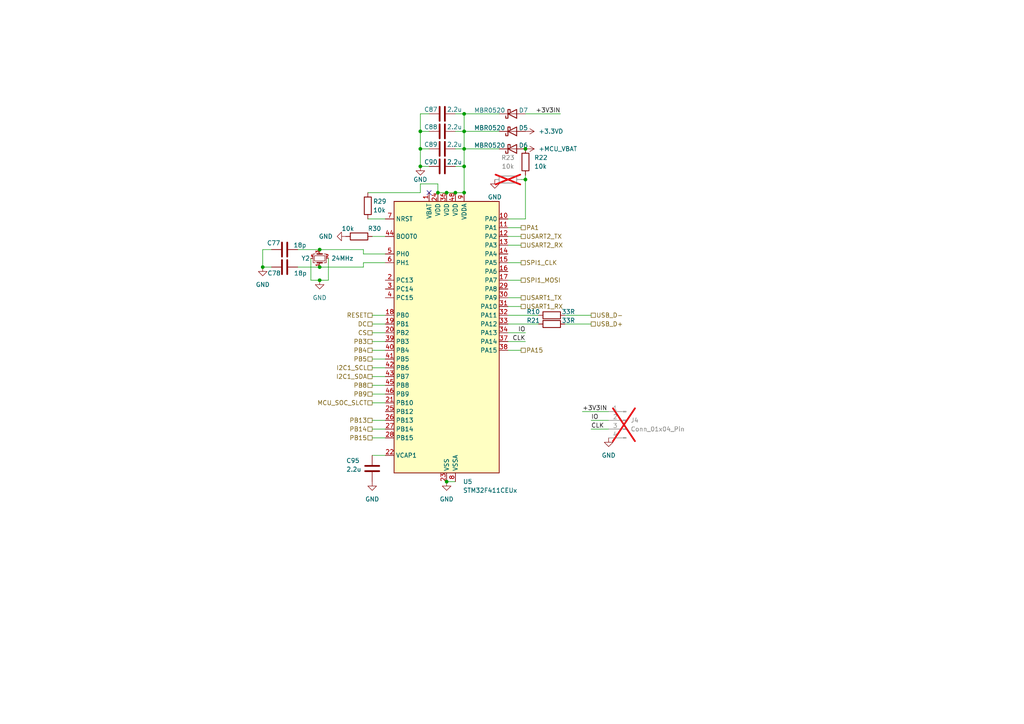
<source format=kicad_sch>
(kicad_sch (version 20250114) (generator "eeschema") (generator_version "9.0")
  (paper "A4")
  (lib_symbols
    (symbol "Connector:Conn_01x04_Pin" (pin_names (offset 1.016) (hide yes))
      (property "Reference" "J" (at 0 5.08 0))
      (property "Value" "Conn_01x04_Pin" (at 0 -7.62 0))
      (symbol "Conn_01x04_Pin_1_1"
        (rectangle (start 0.8636 2.667) (end 0 2.413) (stroke (width 0.1524)) (fill (type outline)))
        (rectangle (start 0.8636 0.127) (end 0 -0.127) (stroke (width 0.1524)) (fill (type outline)))
        (rectangle (start 0.8636 -2.413) (end 0 -2.667) (stroke (width 0.1524)) (fill (type outline)))
        (rectangle (start 0.8636 -4.953) (end 0 -5.207) (stroke (width 0.1524)) (fill (type outline)))
        (polyline (pts (xy 1.27 2.54) (xy 0.8636 2.54)) (stroke (width 0.1524)))
        (polyline (pts (xy 1.27 0) (xy 0.8636 0)) (stroke (width 0.1524)))
        (polyline (pts (xy 1.27 -2.54) (xy 0.8636 -2.54)) (stroke (width 0.1524)))
        (polyline (pts (xy 1.27 -5.08) (xy 0.8636 -5.08)) (stroke (width 0.1524)))
        (pin passive line (at 5.08 2.54 180) (length 3.81) (name "Pin_1") (number "1"))
        (pin passive line (at 5.08 0 180) (length 3.81) (name "Pin_2") (number "2"))
        (pin passive line (at 5.08 -2.54 180) (length 3.81) (name "Pin_3") (number "3"))
        (pin passive line (at 5.08 -5.08 180) (length 3.81) (name "Pin_4") (number "4"))
      )
    )
    (symbol "Device:C" (pin_numbers (hide yes)) (pin_names (offset 0.254))
      (property "Reference" "C" (at 0.635 2.54 0))
      (property "Value" "C" (at 0.635 -2.54 0))
      (symbol "C_0_1"
        (polyline (pts (xy -2.032 0.762) (xy 2.032 0.762)) (stroke (width 0.508)))
        (polyline (pts (xy -2.032 -0.762) (xy 2.032 -0.762)) (stroke (width 0.508)))
      )
      (symbol "C_1_1"
        (pin passive line (at 0 3.81 270) (length 2.794) (name "~") (number "1"))
        (pin passive line (at 0 -3.81 90) (length 2.794) (name "~") (number "2"))
      )
    )
    (symbol "Device:Crystal_GND24_Small" (pin_names (offset 1.016) (hide yes))
      (property "Reference" "Y" (at 1.27 4.445 0))
      (property "Value" "Crystal_GND24_Small" (at 1.27 2.54 0))
      (symbol "Crystal_GND24_Small_0_1"
        (polyline (pts (xy -1.27 1.27) (xy -1.27 1.905) (xy 1.27 1.905) (xy 1.27 1.27)))
        (polyline (pts (xy -1.27 -0.762) (xy -1.27 0.762)) (stroke (width 0.381)))
        (polyline (pts (xy -1.27 -1.27) (xy -1.27 -1.905) (xy 1.27 -1.905) (xy 1.27 -1.27)))
        (rectangle (start -0.762 -1.524) (end 0.762 1.524))
        (polyline (pts (xy 1.27 -0.762) (xy 1.27 0.762)) (stroke (width 0.381)))
      )
      (symbol "Crystal_GND24_Small_1_1"
        (pin passive line (at -2.54 0 0) (length 1.27) (name "1") (number "1"))
        (pin passive line (at 0 2.54 270) (length 0.635) (name "4") (number "4"))
        (pin passive line (at 0 -2.54 90) (length 0.635) (name "2") (number "2"))
        (pin passive line (at 2.54 0 180) (length 1.27) (name "3") (number "3"))
      )
    )
    (symbol "Device:R" (pin_numbers (hide yes)) (pin_names (offset 0))
      (property "Reference" "R" (at 2.032 0 90))
      (property "Value" "R" (at 0 0 90))
      (symbol "R_0_1"
        (rectangle (start -1.016 -2.54) (end 1.016 2.54) (stroke (width 0.254)))
      )
      (symbol "R_1_1"
        (pin passive line (at 0 3.81 270) (length 1.27) (name "~") (number "1"))
        (pin passive line (at 0 -3.81 90) (length 1.27) (name "~") (number "2"))
      )
    )
    (symbol "Diode:MBR0520" (pin_numbers (hide yes)) (pin_names (offset 1.016) (hide yes))
      (property "Reference" "D" (at 0 2.54 0))
      (property "Value" "MBR0520" (at 0 -2.54 0))
      (symbol "MBR0520_0_1"
        (polyline (pts (xy -1.905 0.635) (xy -1.905 1.27) (xy -1.27 1.27) (xy -1.27 -1.27) (xy -0.635 -1.27) (xy -0.635 -0.635)) (stroke (width 0.254)))
        (polyline (pts (xy 1.27 1.27) (xy 1.27 -1.27) (xy -1.27 0) (xy 1.27 1.27)) (stroke (width 0.254)))
        (polyline (pts (xy 1.27 0) (xy -1.27 0)))
      )
      (symbol "MBR0520_1_1"
        (pin passive line (at -3.81 0 0) (length 2.54) (name "K") (number "1"))
        (pin passive line (at 3.81 0 180) (length 2.54) (name "A") (number "2"))
      )
    )
    (symbol "MCU_ST_STM32F4:STM32F411CEUx"
      (property "Reference" "U" (at -15.24 41.91 0))
      (property "Value" "STM32F411CEUx" (at 7.62 41.91 0))
      (symbol "STM32F411CEUx_0_1"
        (rectangle (start -15.24 -38.1) (end 15.24 40.64) (stroke (width 0.254)) (fill (type background)))
      )
      (symbol "STM32F411CEUx_1_1"
        (pin input line (at -17.78 35.56 0) (length 2.54) (name "NRST") (number "7"))
        (pin input line (at -17.78 30.48 0) (length 2.54) (name "BOOT0") (number "44"))
        (pin bidirectional line (at -17.78 25.4 0) (length 2.54) (name "PH0") (number "5"))
        (pin bidirectional line (at -17.78 22.86 0) (length 2.54) (name "PH1") (number "6"))
        (pin bidirectional line (at -17.78 17.78 0) (length 2.54) (name "PC13") (number "2"))
        (pin bidirectional line (at -17.78 15.24 0) (length 2.54) (name "PC14") (number "3"))
        (pin bidirectional line (at -17.78 12.7 0) (length 2.54) (name "PC15") (number "4"))
        (pin bidirectional line (at -17.78 7.62 0) (length 2.54) (name "PB0") (number "18"))
        (pin bidirectional line (at -17.78 5.08 0) (length 2.54) (name "PB1") (number "19"))
        (pin bidirectional line (at -17.78 2.54 0) (length 2.54) (name "PB2") (number "20"))
        (pin bidirectional line (at -17.78 0 0) (length 2.54) (name "PB3") (number "39"))
        (pin bidirectional line (at -17.78 -2.54 0) (length 2.54) (name "PB4") (number "40"))
        (pin bidirectional line (at -17.78 -5.08 0) (length 2.54) (name "PB5") (number "41"))
        (pin bidirectional line (at -17.78 -7.62 0) (length 2.54) (name "PB6") (number "42"))
        (pin bidirectional line (at -17.78 -10.16 0) (length 2.54) (name "PB7") (number "43"))
        (pin bidirectional line (at -17.78 -12.7 0) (length 2.54) (name "PB8") (number "45"))
        (pin bidirectional line (at -17.78 -15.24 0) (length 2.54) (name "PB9") (number "46"))
        (pin bidirectional line (at -17.78 -17.78 0) (length 2.54) (name "PB10") (number "21"))
        (pin bidirectional line (at -17.78 -20.32 0) (length 2.54) (name "PB12") (number "25"))
        (pin bidirectional line (at -17.78 -22.86 0) (length 2.54) (name "PB13") (number "26"))
        (pin bidirectional line (at -17.78 -25.4 0) (length 2.54) (name "PB14") (number "27"))
        (pin bidirectional line (at -17.78 -27.94 0) (length 2.54) (name "PB15") (number "28"))
        (pin power_out line (at -17.78 -33.02 0) (length 2.54) (name "VCAP1") (number "22"))
        (pin power_in line (at -5.08 43.18 270) (length 2.54) (name "VBAT") (number "1"))
        (pin power_in line (at -2.54 43.18 270) (length 2.54) (name "VDD") (number "24"))
        (pin power_in line (at 0 43.18 270) (length 2.54) (name "VDD") (number "36"))
        (pin power_in line (at 0 -40.64 90) (length 2.54) (name "VSS") (number "23"))
        (pin passive line (at 0 -40.64 90) (length 2.54) (hide yes) (name "VSS") (number "35"))
        (pin passive line (at 0 -40.64 90) (length 2.54) (hide yes) (name "VSS") (number "47"))
        (pin passive line (at 0 -40.64 90) (length 2.54) (hide yes) (name "VSS") (number "49"))
        (pin power_in line (at 2.54 43.18 270) (length 2.54) (name "VDD") (number "48"))
        (pin power_in line (at 2.54 -40.64 90) (length 2.54) (name "VSSA") (number "8"))
        (pin power_in line (at 5.08 43.18 270) (length 2.54) (name "VDDA") (number "9"))
        (pin bidirectional line (at 17.78 35.56 180) (length 2.54) (name "PA0") (number "10"))
        (pin bidirectional line (at 17.78 33.02 180) (length 2.54) (name "PA1") (number "11"))
        (pin bidirectional line (at 17.78 30.48 180) (length 2.54) (name "PA2") (number "12"))
        (pin bidirectional line (at 17.78 27.94 180) (length 2.54) (name "PA3") (number "13"))
        (pin bidirectional line (at 17.78 25.4 180) (length 2.54) (name "PA4") (number "14"))
        (pin bidirectional line (at 17.78 22.86 180) (length 2.54) (name "PA5") (number "15"))
        (pin bidirectional line (at 17.78 20.32 180) (length 2.54) (name "PA6") (number "16"))
        (pin bidirectional line (at 17.78 17.78 180) (length 2.54) (name "PA7") (number "17"))
        (pin bidirectional line (at 17.78 15.24 180) (length 2.54) (name "PA8") (number "29"))
        (pin bidirectional line (at 17.78 12.7 180) (length 2.54) (name "PA9") (number "30"))
        (pin bidirectional line (at 17.78 10.16 180) (length 2.54) (name "PA10") (number "31"))
        (pin bidirectional line (at 17.78 7.62 180) (length 2.54) (name "PA11") (number "32"))
        (pin bidirectional line (at 17.78 5.08 180) (length 2.54) (name "PA12") (number "33"))
        (pin bidirectional line (at 17.78 2.54 180) (length 2.54) (name "PA13") (number "34"))
        (pin bidirectional line (at 17.78 0 180) (length 2.54) (name "PA14") (number "37"))
        (pin bidirectional line (at 17.78 -2.54 180) (length 2.54) (name "PA15") (number "38"))
      )
    )
    (symbol "power:+3.3V" (power) (pin_numbers (hide yes)) (pin_names (offset 0) (hide yes))
      (property "Value" "+3.3V" (at 0 3.556 0))
      (symbol "+3.3V_0_1"
        (polyline (pts (xy -0.762 1.27) (xy 0 2.54)))
        (polyline (pts (xy 0 2.54) (xy 0.762 1.27)))
        (polyline (pts (xy 0 0) (xy 0 2.54)))
      )
      (symbol "+3.3V_1_1"
        (pin power_in line (at 0 0 90) (length 0) (name "~") (number "1"))
      )
    )
    (symbol "power:GND" (power) (pin_names (offset 0))
      (property "Value" "GND" (at 0 -3.81 0))
      (symbol "GND_0_1"
        (polyline (pts (xy 0 0) (xy 0 -1.27) (xy 1.27 -1.27) (xy 0 -2.54) (xy -1.27 -1.27) (xy 0 -1.27)))
      )
      (symbol "GND_1_1"
        (pin power_in line (at 0 0 270) (length 0) (hide yes) (name "GND") (number "1"))
      )
    )
  )
  (junction (at 121.92 38.1))
  (junction (at 132.08 55.88))
  (junction (at 129.54 55.88))
  (junction (at 134.62 48.26))
  (junction (at 121.92 48.26))
  (junction (at 134.62 43.18))
  (junction (at 76.2 77.47))
  (junction (at 121.92 43.18))
  (junction (at 152.4 52.07))
  (junction (at 129.54 139.7))
  (junction (at 134.62 38.1))
  (junction (at 134.62 55.88))
  (junction (at 92.71 81.28))
  (junction (at 127 55.88))
  (junction (at 134.62 33.02))
  (junction (at 152.4 43.18))
  (junction (at 92.71 77.47))
  (junction (at 92.71 72.39))
  (no_connect (at 124.46 55.88))
  (wire (pts (xy 129.54 139.7) (xy 132.08 139.7)))
  (wire (pts (xy 171.45 121.92) (xy 176.53 121.92)))
  (wire (pts (xy 152.4 33.02) (xy 162.56 33.02)))
  (wire (pts (xy 76.2 77.47) (xy 78.74 77.47)))
  (wire (pts (xy 134.62 48.26) (xy 134.62 55.88)))
  (wire (pts (xy 134.62 33.02) (xy 144.78 33.02)))
  (wire (pts (xy 121.92 53.34) (xy 127 53.34)))
  (wire (pts (xy 107.95 99.06) (xy 111.76 99.06)))
  (wire (pts (xy 121.92 33.02) (xy 124.46 33.02)))
  (wire (pts (xy 147.32 86.36) (xy 151.13 86.36)))
  (wire (pts (xy 163.83 93.98) (xy 171.45 93.98)))
  (wire (pts (xy 132.08 38.1) (xy 134.62 38.1)))
  (wire (pts (xy 107.95 124.46) (xy 111.76 124.46)))
  (wire (pts (xy 107.95 68.58) (xy 111.76 68.58)))
  (wire (pts (xy 107.95 91.44) (xy 111.76 91.44)))
  (wire (pts (xy 121.92 43.18) (xy 121.92 38.1)))
  (wire (pts (xy 147.32 71.12) (xy 151.13 71.12)))
  (wire (pts (xy 163.83 91.44) (xy 171.45 91.44)))
  (wire (pts (xy 92.71 77.47) (xy 105.41 77.47)))
  (wire (pts (xy 132.08 48.26) (xy 134.62 48.26)))
  (wire (pts (xy 152.4 63.5) (xy 147.32 63.5)))
  (wire (pts (xy 147.32 66.04) (xy 151.13 66.04)))
  (wire (pts (xy 121.92 38.1) (xy 121.92 33.02)))
  (wire (pts (xy 147.32 99.06) (xy 152.4 99.06)))
  (wire (pts (xy 134.62 43.18) (xy 134.62 48.26)))
  (wire (pts (xy 151.13 52.07) (xy 152.4 52.07)))
  (wire (pts (xy 107.95 114.3) (xy 111.76 114.3)))
  (wire (pts (xy 92.71 72.39) (xy 105.41 72.39)))
  (wire (pts (xy 90.17 81.28) (xy 90.17 74.93)))
  (wire (pts (xy 121.92 48.26) (xy 121.92 43.18)))
  (wire (pts (xy 147.32 91.44) (xy 156.21 91.44)))
  (wire (pts (xy 76.2 72.39) (xy 76.2 77.47)))
  (wire (pts (xy 129.54 55.88) (xy 127 55.88)))
  (wire (pts (xy 134.62 38.1) (xy 134.62 33.02)))
  (wire (pts (xy 152.4 52.07) (xy 152.4 63.5)))
  (wire (pts (xy 107.95 93.98) (xy 111.76 93.98)))
  (wire (pts (xy 78.74 72.39) (xy 76.2 72.39)))
  (wire (pts (xy 107.95 132.08) (xy 111.76 132.08)))
  (wire (pts (xy 144.78 38.1) (xy 134.62 38.1)))
  (wire (pts (xy 168.91 119.38) (xy 176.53 119.38)))
  (wire (pts (xy 134.62 55.88) (xy 132.08 55.88)))
  (wire (pts (xy 147.32 76.2) (xy 151.13 76.2)))
  (wire (pts (xy 147.32 68.58) (xy 151.13 68.58)))
  (wire (pts (xy 111.76 73.66) (xy 105.41 73.66)))
  (wire (pts (xy 127 53.34) (xy 127 55.88)))
  (wire (pts (xy 107.95 116.84) (xy 111.76 116.84)))
  (wire (pts (xy 107.95 106.68) (xy 111.76 106.68)))
  (wire (pts (xy 147.32 101.6) (xy 151.13 101.6)))
  (wire (pts (xy 121.92 38.1) (xy 124.46 38.1)))
  (wire (pts (xy 86.36 72.39) (xy 92.71 72.39)))
  (wire (pts (xy 86.36 77.47) (xy 92.71 77.47)))
  (wire (pts (xy 107.95 111.76) (xy 111.76 111.76)))
  (wire (pts (xy 121.92 43.18) (xy 124.46 43.18)))
  (wire (pts (xy 107.95 121.92) (xy 111.76 121.92)))
  (wire (pts (xy 171.45 124.46) (xy 176.53 124.46)))
  (wire (pts (xy 121.92 55.88) (xy 121.92 53.34)))
  (wire (pts (xy 134.62 43.18) (xy 144.78 43.18)))
  (wire (pts (xy 92.71 81.28) (xy 95.25 81.28)))
  (wire (pts (xy 152.4 52.07) (xy 152.4 50.8)))
  (wire (pts (xy 121.92 48.26) (xy 124.46 48.26)))
  (wire (pts (xy 107.95 127) (xy 111.76 127)))
  (wire (pts (xy 107.95 109.22) (xy 111.76 109.22)))
  (wire (pts (xy 132.08 43.18) (xy 134.62 43.18)))
  (wire (pts (xy 106.68 55.88) (xy 121.92 55.88)))
  (wire (pts (xy 90.17 81.28) (xy 92.71 81.28)))
  (wire (pts (xy 107.95 96.52) (xy 111.76 96.52)))
  (wire (pts (xy 107.95 104.14) (xy 111.76 104.14)))
  (wire (pts (xy 134.62 33.02) (xy 132.08 33.02)))
  (wire (pts (xy 106.68 63.5) (xy 111.76 63.5)))
  (wire (pts (xy 147.32 81.28) (xy 151.13 81.28)))
  (wire (pts (xy 105.41 76.2) (xy 105.41 77.47)))
  (wire (pts (xy 107.95 101.6) (xy 111.76 101.6)))
  (wire (pts (xy 132.08 55.88) (xy 129.54 55.88)))
  (wire (pts (xy 111.76 76.2) (xy 105.41 76.2)))
  (wire (pts (xy 147.32 96.52) (xy 152.4 96.52)))
  (wire (pts (xy 95.25 74.93) (xy 95.25 81.28)))
  (wire (pts (xy 147.32 88.9) (xy 151.13 88.9)))
  (wire (pts (xy 105.41 73.66) (xy 105.41 72.39)))
  (wire (pts (xy 134.62 38.1) (xy 134.62 43.18)))
  (wire (pts (xy 147.32 93.98) (xy 156.21 93.98)))
  (label "IO" (at 171.45 121.92 0))
  (label "IO" (at 152.4 96.52 180))
  (label "CLK" (at 152.4 99.06 180))
  (label "+3V3IN" (at 168.91 119.38 0))
  (label "CLK" (at 171.45 124.46 0))
  (label "+3V3IN" (at 162.56 33.02 180))
  (hierarchical_label "PB14" (shape passive) (at 107.95 124.46 180))
  (hierarchical_label "PB5" (shape passive) (at 107.95 104.14 180))
  (hierarchical_label "SPI1_MOSI" (shape passive) (at 151.13 81.28 0))
  (hierarchical_label "PA15" (shape passive) (at 151.13 101.6 0))
  (hierarchical_label "USART2_RX" (shape passive) (at 151.13 71.12 0))
  (hierarchical_label "DC" (shape passive) (at 107.95 93.98 180))
  (hierarchical_label "USB_D+" (shape passive) (at 171.45 93.98 0))
  (hierarchical_label "SPI1_CLK" (shape passive) (at 151.13 76.2 0))
  (hierarchical_label "PB13" (shape passive) (at 107.95 121.92 180))
  (hierarchical_label "USART1_TX" (shape passive) (at 151.13 86.36 0))
  (hierarchical_label "USB_D-" (shape passive) (at 171.45 91.44 0))
  (hierarchical_label "PB3" (shape passive) (at 107.95 99.06 180))
  (hierarchical_label "PB15" (shape passive) (at 107.95 127 180))
  (hierarchical_label "USART2_TX" (shape passive) (at 151.13 68.58 0))
  (hierarchical_label "PB8" (shape passive) (at 107.95 111.76 180))
  (hierarchical_label "PB9" (shape passive) (at 107.95 114.3 180))
  (hierarchical_label "I2C1_SDA" (shape passive) (at 107.95 109.22 180))
  (hierarchical_label "PA1" (shape passive) (at 151.13 66.04 0))
  (hierarchical_label "CS" (shape passive) (at 107.95 96.52 180))
  (hierarchical_label "PB4" (shape passive) (at 107.95 101.6 180))
  (hierarchical_label "USART1_RX" (shape passive) (at 151.13 88.9 0))
  (hierarchical_label "I2C1_SCL" (shape passive) (at 107.95 106.68 180))
  (hierarchical_label "MCU_SOC_SLCT" (shape passive) (at 107.95 116.84 180))
  (hierarchical_label "RESET" (shape passive) (at 107.95 91.44 180))
  (symbol (lib_id "Device:R") (at 147.32 52.07 90) (unit 1) (dnp yes)
    (property "Reference" "R23" (at 147.32 45.72 90))
    (property "Value" "10k" (at 147.32 48.26 90))
    (property "Footprint" "Resistor_SMD:R_0402_1005Metric_Pad0.72x0.64mm_HandSolder" (effects (hide yes)))
  )
  (symbol (lib_id "Connector:Conn_01x04_Pin") (at 181.61 121.92 0) (mirror y) (unit 1) (dnp yes)
    (property "Reference" "J4" (at 182.88 121.9199 0) (effects (justify right)))
    (property "Value" "Conn_01x04_Pin" (at 182.88 124.4599 0) (effects (justify right)))
    (property "Footprint" "Connector_PinHeader_2.54mm:PinHeader_1x04_P2.54mm_Vertical" (effects (hide yes)))
    (property "Description" "Generic connector, single row, 01x04, script generated" (effects (hide yes)))
  )
  (symbol (lib_id "power:GND") (at 92.71 81.28 0) (unit 1)
    (property "Reference" "#PWR0122" (effects (hide yes)))
    (property "Value" "GND" (at 92.71 86.36 0))
  )
  (symbol (lib_id "Device:C") (at 82.55 72.39 90) (unit 1)
    (property "Reference" "C77" (at 79.375 70.485 90))
    (property "Value" "18p" (at 86.995 71.12 90))
    (property "Footprint" "Capacitor_SMD:C_0402_1005Metric_Pad0.74x0.62mm_HandSolder" (effects (hide yes)))
    (property "Manufacturer" "FH (Guangdong Fenghua Advanced Tech)" (effects (hide yes)))
    (property "Part Number" "0402CG180J500NT" (effects (hide yes)))
  )
  (symbol (lib_id "power:GND") (at 100.33 68.58 270) (unit 1)
    (property "Reference" "#PWR0135" (effects (hide yes)))
    (property "Value" "GND" (at 96.52 68.5799 90) (effects (justify right)))
  )
  (symbol (lib_id "Device:R") (at 104.14 68.58 90) (mirror x) (unit 1)
    (property "Reference" "R30" (at 106.68 66.294 90) (effects (justify right)))
    (property "Value" "10k" (at 99.06 66.294 90) (effects (justify right)))
    (property "Footprint" "Resistor_SMD:R_0402_1005Metric_Pad0.72x0.64mm_HandSolder" (effects (hide yes)))
    (property "Manufacturer" "YAGEO" (effects (hide yes)))
    (property "Part Number" "RC0402FR-0710KL" (effects (hide yes)))
  )
  (symbol (lib_id "Device:R") (at 152.4 46.99 180) (unit 1)
    (property "Reference" "R22" (at 154.94 45.72 0) (effects (justify right)))
    (property "Value" "10k" (at 154.94 48.26 0) (effects (justify right)))
    (property "Footprint" "Resistor_SMD:R_0402_1005Metric_Pad0.72x0.64mm_HandSolder" (effects (hide yes)))
    (property "Manufacturer" "YAGEO" (effects (hide yes)))
    (property "Part Number" "RC0402FR-0710KL" (effects (hide yes)))
  )
  (symbol (lib_id "power:GND") (at 107.95 139.7 0) (unit 1)
    (property "Reference" "#PWR0146" (effects (hide yes)))
    (property "Value" "GND" (at 107.95 144.78 0))
  )
  (symbol (lib_id "power:GND") (at 129.54 139.7 0) (unit 1)
    (property "Reference" "#PWR0136" (effects (hide yes)))
    (property "Value" "GND" (at 129.54 144.78 0))
  )
  (symbol (lib_id "Device:R") (at 106.68 59.69 180) (unit 1)
    (property "Reference" "R29" (at 108.204 58.42 0) (effects (justify right)))
    (property "Value" "10k" (at 108.204 60.96 0) (effects (justify right)))
    (property "Footprint" "Resistor_SMD:R_0402_1005Metric_Pad0.72x0.64mm_HandSolder" (effects (hide yes)))
    (property "Manufacturer" "YAGEO" (effects (hide yes)))
    (property "Part Number" "RC0402FR-0710KL" (effects (hide yes)))
  )
  (symbol (lib_id "Device:C") (at 128.27 33.02 90) (unit 1)
    (property "Reference" "C87" (at 124.968 31.75 90))
    (property "Value" "2.2u" (at 131.826 31.75 90))
    (property "Footprint" "Capacitor_SMD:C_0402_1005Metric_Pad0.74x0.62mm_HandSolder" (effects (hide yes)))
    (property "Manufacturer" "Samsung Electro-Mechanics" (effects (hide yes)))
    (property "Part Number" "CL05A225KO5NQNC" (effects (hide yes)))
  )
  (symbol (lib_id "Device:C") (at 128.27 43.18 90) (unit 1)
    (property "Reference" "C89" (at 124.968 41.91 90))
    (property "Value" "2.2u" (at 131.826 41.91 90))
    (property "Footprint" "Capacitor_SMD:C_0402_1005Metric_Pad0.74x0.62mm_HandSolder" (effects (hide yes)))
    (property "Manufacturer" "Samsung Electro-Mechanics" (effects (hide yes)))
    (property "Part Number" "CL05A225KO5NQNC" (effects (hide yes)))
  )
  (symbol (lib_id "MCU_ST_STM32F4:STM32F411CEUx") (at 129.54 99.06 0) (unit 1)
    (property "Reference" "U5" (at 134.2741 139.7 0) (effects (justify left)))
    (property "Value" "STM32F411CEUx" (at 134.2741 142.24 0) (effects (justify left)))
    (property "Footprint" "Package_DFN_QFN:QFN-48-1EP_7x7mm_P0.5mm_EP5.6x5.6mm" (effects (hide yes)))
    (property "Datasheet" "https://www.st.com/resource/en/datasheet/stm32f411ce.pdf" (effects (hide yes)))
    (property "Description" "STMicroelectronics Arm Cortex-M4 MCU, 512KB flash, 128KB RAM, 100 MHz, 1.7-3.6V, 36 GPIO, UFQFPN48" (effects (hide yes)))
    (property "Manufacturer" "STMicroelectronics" (effects (hide yes)))
    (property "Part Number" "STM32F411CEU6" (effects (hide yes)))
  )
  (symbol (lib_id "power:+3.3V") (at 152.4 43.18 270) (unit 1)
    (property "Reference" "#PWR0123" (effects (hide yes)))
    (property "Value" "+MCU_VBAT" (at 156.21 43.1799 90) (effects (justify left)))
    (property "Description" "Power symbol creates a global label with name \"+3.3V\"" (effects (hide yes)))
  )
  (symbol (lib_id "Device:C") (at 82.55 77.47 90) (unit 1)
    (property "Reference" "C78" (at 79.502 79.248 90))
    (property "Value" "18p" (at 87.122 79.248 90))
    (property "Footprint" "Capacitor_SMD:C_0402_1005Metric_Pad0.74x0.62mm_HandSolder" (effects (hide yes)))
    (property "Manufacturer" "FH (Guangdong Fenghua Advanced Tech)" (effects (hide yes)))
    (property "Part Number" "0402CG180J500NT" (effects (hide yes)))
  )
  (symbol (lib_id "Diode:MBR0520") (at 148.59 38.1 0) (mirror x) (unit 1)
    (property "Reference" "D5" (at 153.162 37.084 0) (effects (justify right)))
    (property "Value" "MBR0520" (at 146.558 37.084 0) (effects (justify right)))
    (property "Footprint" "Diode_SMD:D_SOD-123" (effects (hide yes)))
    (property "Datasheet" "http://www.mccsemi.com/up_pdf/MBR0520~MBR0580(SOD123).pdf" (effects (hide yes)))
    (property "Description" "20V 0.5A Schottky Power Rectifier Diode, SOD-123" (effects (hide yes)))
    (property "Manufacturer" "Jiangsu Changjing Electronics Technology Co., Ltd." (effects (hide yes)))
    (property "Part Number" "MBR0520" (effects (hide yes)))
  )
  (symbol (lib_id "power:GND") (at 143.51 52.07 0) (unit 1)
    (property "Reference" "#PWR0125" (effects (hide yes)))
    (property "Value" "GND" (at 143.51 57.15 0))
  )
  (symbol (lib_id "power:GND") (at 121.92 48.26 0) (unit 1)
    (property "Reference" "#PWR0134" (effects (hide yes)))
    (property "Value" "GND" (at 121.92 52.07 0))
  )
  (symbol (lib_id "Device:R") (at 160.02 93.98 90) (unit 1)
    (property "Reference" "R21" (at 154.686 92.964 90))
    (property "Value" "33R" (at 164.846 92.964 90))
    (property "Footprint" "Resistor_SMD:R_0402_1005Metric_Pad0.72x0.64mm_HandSolder" (effects (hide yes)))
    (property "Manufacturer" "YAGEO" (effects (hide yes)))
    (property "Part Number" "RC0402FR-0733RL" (effects (hide yes)))
  )
  (symbol (lib_id "Device:R") (at 160.02 91.44 90) (unit 1)
    (property "Reference" "R10" (at 154.686 90.424 90))
    (property "Value" "33R" (at 164.846 90.424 90))
    (property "Footprint" "Resistor_SMD:R_0402_1005Metric_Pad0.72x0.64mm_HandSolder" (effects (hide yes)))
    (property "Manufacturer" "YAGEO" (effects (hide yes)))
    (property "Part Number" "RC0402FR-0733RL" (effects (hide yes)))
  )
  (symbol (lib_id "Device:C") (at 107.95 135.89 180) (unit 1)
    (property "Reference" "C95" (at 102.362 133.604 0))
    (property "Value" "2.2u" (at 102.616 136.144 0))
    (property "Footprint" "Capacitor_SMD:C_0402_1005Metric_Pad0.74x0.62mm_HandSolder" (effects (hide yes)))
    (property "Manufacturer" "Samsung Electro-Mechanics" (effects (hide yes)))
    (property "Part Number" "CL05A225KO5NQNC" (effects (hide yes)))
  )
  (symbol (lib_id "Device:Crystal_GND24_Small") (at 92.71 74.93 90) (unit 1)
    (property "Reference" "Y2" (at 88.646 74.93 90))
    (property "Value" "24MHz" (at 99.314 74.93 90))
    (property "Footprint" "Crystal:Crystal_SMD_2520-4Pin_2.5x2.0mm" (effects (hide yes)))
    (property "Manufacturer" "TOGNJING" (effects (hide yes)))
    (property "Part Number" "XTM25024000JT00351001" (effects (hide yes)))
  )
  (symbol (lib_id "power:GND") (at 76.2 77.47 0) (unit 1)
    (property "Reference" "#PWR0121" (effects (hide yes)))
    (property "Value" "GND" (at 76.2 82.55 0))
  )
  (symbol (lib_id "Diode:MBR0520") (at 148.59 43.18 0) (mirror x) (unit 1)
    (property "Reference" "D6" (at 153.162 42.164 0) (effects (justify right)))
    (property "Value" "MBR0520" (at 146.558 42.164 0) (effects (justify right)))
    (property "Footprint" "Diode_SMD:D_SOD-123" (effects (hide yes)))
    (property "Datasheet" "http://www.mccsemi.com/up_pdf/MBR0520~MBR0580(SOD123).pdf" (effects (hide yes)))
    (property "Description" "20V 0.5A Schottky Power Rectifier Diode, SOD-123" (effects (hide yes)))
    (property "Manufacturer" "Jiangsu Changjing Electronics Technology Co., Ltd." (effects (hide yes)))
    (property "Part Number" "MBR0520" (effects (hide yes)))
  )
  (symbol (lib_id "Device:C") (at 128.27 48.26 90) (unit 1)
    (property "Reference" "C90" (at 124.968 46.99 90))
    (property "Value" "2.2u" (at 131.826 46.99 90))
    (property "Footprint" "Capacitor_SMD:C_0402_1005Metric_Pad0.74x0.62mm_HandSolder" (effects (hide yes)))
    (property "Manufacturer" "Samsung Electro-Mechanics" (effects (hide yes)))
    (property "Part Number" "CL05A225KO5NQNC" (effects (hide yes)))
  )
  (symbol (lib_id "Device:C") (at 128.27 38.1 90) (unit 1)
    (property "Reference" "C88" (at 124.968 36.83 90))
    (property "Value" "2.2u" (at 131.826 36.83 90))
    (property "Footprint" "Capacitor_SMD:C_0402_1005Metric_Pad0.74x0.62mm_HandSolder" (effects (hide yes)))
    (property "Manufacturer" "Samsung Electro-Mechanics" (effects (hide yes)))
    (property "Part Number" "CL05A225KO5NQNC" (effects (hide yes)))
  )
  (symbol (lib_id "power:+3.3V") (at 152.4 38.1 270) (unit 1)
    (property "Reference" "#PWR0124" (effects (hide yes)))
    (property "Value" "+3.3VD" (at 156.21 38.0999 90) (effects (justify left)))
    (property "Description" "Power symbol creates a global label with name \"+3.3V\"" (effects (hide yes)))
  )
  (symbol (lib_id "power:GND") (at 176.53 127 0) (unit 1)
    (property "Reference" "#PWR0137" (effects (hide yes)))
    (property "Value" "GND" (at 176.53 132.08 0))
  )
  (symbol (lib_id "Diode:MBR0520") (at 148.59 33.02 0) (mirror x) (unit 1)
    (property "Reference" "D7" (at 153.162 32.004 0) (effects (justify right)))
    (property "Value" "MBR0520" (at 146.558 32.004 0) (effects (justify right)))
    (property "Footprint" "Diode_SMD:D_SOD-123" (effects (hide yes)))
    (property "Datasheet" "http://www.mccsemi.com/up_pdf/MBR0520~MBR0580(SOD123).pdf" (effects (hide yes)))
    (property "Description" "20V 0.5A Schottky Power Rectifier Diode, SOD-123" (effects (hide yes)))
    (property "Manufacturer" "Jiangsu Changjing Electronics Technology Co., Ltd." (effects (hide yes)))
    (property "Part Number" "MBR0520" (effects (hide yes)))
  )
)
</source>
